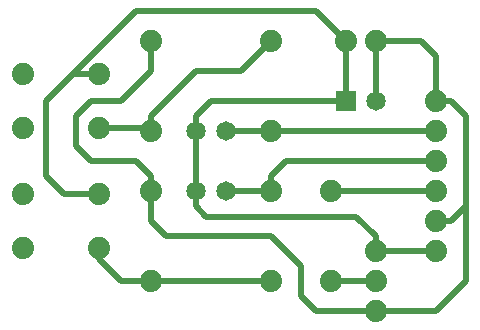
<source format=gbr>
G04 EAGLE Gerber RS-274X export*
G75*
%MOMM*%
%FSLAX34Y34*%
%LPD*%
%INBottom Copper*%
%IPPOS*%
%AMOC8*
5,1,8,0,0,1.08239X$1,22.5*%
G01*
%ADD10C,1.651000*%
%ADD11C,1.879600*%
%ADD12R,1.651000X1.651000*%
%ADD13C,0.508000*%


D10*
X266700Y279400D03*
X241300Y279400D03*
X266700Y228600D03*
X241300Y228600D03*
D11*
X444500Y177800D03*
X444500Y203200D03*
X444500Y228600D03*
X444500Y254000D03*
X444500Y279400D03*
X444500Y304800D03*
X393700Y355600D03*
X368300Y355600D03*
X393700Y127000D03*
X393700Y152400D03*
X393700Y177800D03*
X304800Y228600D03*
X304800Y152400D03*
X304800Y279400D03*
X304800Y355600D03*
X203200Y355600D03*
X203200Y279400D03*
X203200Y228600D03*
X203200Y152400D03*
X355600Y152400D03*
X355600Y228600D03*
X159512Y282194D03*
X94488Y282194D03*
X159512Y327406D03*
X94488Y327406D03*
X159512Y180594D03*
X94488Y180594D03*
X159512Y225806D03*
X94488Y225806D03*
D12*
X368500Y304800D03*
D10*
X393500Y304800D03*
D13*
X444500Y304800D02*
X457200Y304800D01*
X469900Y292100D01*
X469900Y215900D01*
X457200Y203200D01*
X444500Y203200D01*
X444500Y342900D02*
X431800Y355600D01*
X444500Y342900D02*
X444500Y304800D01*
X469900Y215900D02*
X469900Y152400D01*
X444500Y127000D01*
X393700Y127000D01*
X342900Y127000D01*
X330200Y139700D01*
X330200Y165100D01*
X304800Y190500D01*
X215900Y190500D02*
X203200Y203200D01*
X203200Y228600D01*
X215900Y190500D02*
X304800Y190500D01*
X203200Y330200D02*
X203200Y355600D01*
X203200Y330200D02*
X177800Y304800D01*
X152400Y304800D01*
X139700Y292100D01*
X139700Y266700D01*
X152400Y254000D01*
X190500Y254000D01*
X203200Y241300D01*
X203200Y228600D01*
X393700Y305000D02*
X393700Y355600D01*
X393700Y305000D02*
X393500Y304800D01*
X393700Y355600D02*
X431800Y355600D01*
X444500Y177800D02*
X393700Y177800D01*
X241300Y228600D02*
X241300Y279400D01*
X159512Y225806D02*
X129794Y225806D01*
X114300Y241300D01*
X114300Y304800D01*
X136906Y327406D01*
X159512Y327406D01*
X241300Y228600D02*
X241300Y215900D01*
X250190Y207010D01*
X377190Y207010D02*
X393700Y190500D01*
X393700Y177800D01*
X377190Y207010D02*
X250190Y207010D01*
X241300Y279400D02*
X241300Y292100D01*
X254000Y304800D01*
X368300Y355600D02*
X368500Y355400D01*
X368500Y304800D01*
X254000Y304800D01*
X190500Y381000D02*
X136906Y327406D01*
X190500Y381000D02*
X342900Y381000D01*
X368300Y355600D01*
X355600Y228600D02*
X444500Y228600D01*
X304800Y228600D02*
X304800Y241300D01*
X317500Y254000D01*
X444500Y254000D01*
X304800Y228600D02*
X292100Y228600D01*
X266700Y228600D01*
X304800Y279400D02*
X444500Y279400D01*
X304800Y279400D02*
X279400Y279400D01*
X266700Y279400D01*
X203200Y279400D02*
X203200Y292100D01*
X279400Y330200D02*
X304800Y355600D01*
X279400Y330200D02*
X241300Y330200D01*
X203200Y292100D01*
X200406Y282194D02*
X159512Y282194D01*
X200406Y282194D02*
X203200Y279400D01*
X266700Y152400D02*
X304800Y152400D01*
X266700Y152400D02*
X203200Y152400D01*
X159512Y170688D02*
X159512Y180594D01*
X177800Y152400D02*
X203200Y152400D01*
X177800Y152400D02*
X159512Y170688D01*
X355600Y152400D02*
X393700Y152400D01*
M02*

</source>
